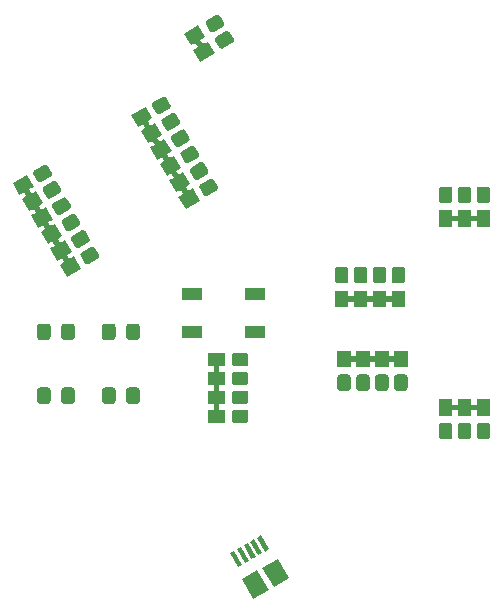
<source format=gbr>
G04 #@! TF.GenerationSoftware,KiCad,Pcbnew,5.1.9-73d0e3b20d~88~ubuntu20.10.1*
G04 #@! TF.CreationDate,2021-03-27T00:21:14+01:00*
G04 #@! TF.ProjectId,esp8266_01,65737038-3236-4365-9f30-312e6b696361,rev?*
G04 #@! TF.SameCoordinates,Original*
G04 #@! TF.FileFunction,Paste,Bot*
G04 #@! TF.FilePolarity,Positive*
%FSLAX46Y46*%
G04 Gerber Fmt 4.6, Leading zero omitted, Abs format (unit mm)*
G04 Created by KiCad (PCBNEW 5.1.9-73d0e3b20d~88~ubuntu20.10.1) date 2021-03-27 00:21:14*
%MOMM*%
%LPD*%
G01*
G04 APERTURE LIST*
%ADD10C,0.100000*%
%ADD11R,1.700000X1.000000*%
G04 APERTURE END LIST*
D10*
G36*
X233225000Y-62700000D02*
G01*
X233225000Y-62250000D01*
X232775000Y-62250000D01*
X232775000Y-62700000D01*
X231625000Y-62700000D01*
X231625000Y-62250000D01*
X231175000Y-62250000D01*
X231175000Y-62700000D01*
X230025000Y-62700000D01*
X230025000Y-61300000D01*
X231175000Y-61300000D01*
X231175000Y-61750000D01*
X231625000Y-61750000D01*
X231625000Y-61300000D01*
X232775000Y-61300000D01*
X232775000Y-61750000D01*
X233225000Y-61750000D01*
X233225000Y-61300000D01*
X234375000Y-61300000D01*
X234375000Y-62700000D01*
X233225000Y-62700000D01*
G37*
G36*
G01*
X233225000Y-60450450D02*
X233225000Y-59549550D01*
G75*
G02*
X233474550Y-59300000I249550J0D01*
G01*
X234125450Y-59300000D01*
G75*
G02*
X234375000Y-59549550I0J-249550D01*
G01*
X234375000Y-60450450D01*
G75*
G02*
X234125450Y-60700000I-249550J0D01*
G01*
X233474550Y-60700000D01*
G75*
G02*
X233225000Y-60450450I0J249550D01*
G01*
G37*
G36*
G01*
X232775000Y-59549550D02*
X232775000Y-60450450D01*
G75*
G02*
X232525450Y-60700000I-249550J0D01*
G01*
X231874550Y-60700000D01*
G75*
G02*
X231625000Y-60450450I0J249550D01*
G01*
X231625000Y-59549550D01*
G75*
G02*
X231874550Y-59300000I249550J0D01*
G01*
X232525450Y-59300000D01*
G75*
G02*
X232775000Y-59549550I0J-249550D01*
G01*
G37*
G36*
G01*
X230025000Y-60450001D02*
X230025000Y-59549999D01*
G75*
G02*
X230274999Y-59300000I249999J0D01*
G01*
X230925001Y-59300000D01*
G75*
G02*
X231175000Y-59549999I0J-249999D01*
G01*
X231175000Y-60450001D01*
G75*
G02*
X230925001Y-60700000I-249999J0D01*
G01*
X230274999Y-60700000D01*
G75*
G02*
X230025000Y-60450001I0J249999D01*
G01*
G37*
G36*
X231175000Y-77300000D02*
G01*
X231175000Y-77750000D01*
X231625000Y-77750000D01*
X231625000Y-77300000D01*
X232775000Y-77300000D01*
X232775000Y-77750000D01*
X233225000Y-77750000D01*
X233225000Y-77300000D01*
X234375000Y-77300000D01*
X234375000Y-78700000D01*
X233225000Y-78700000D01*
X233225000Y-78250000D01*
X232775000Y-78250000D01*
X232775000Y-78700000D01*
X231625000Y-78700000D01*
X231625000Y-78250000D01*
X231175000Y-78250000D01*
X231175000Y-78700000D01*
X230025000Y-78700000D01*
X230025000Y-77300000D01*
X231175000Y-77300000D01*
G37*
G36*
G01*
X231175000Y-79549550D02*
X231175000Y-80450450D01*
G75*
G02*
X230925450Y-80700000I-249550J0D01*
G01*
X230274550Y-80700000D01*
G75*
G02*
X230025000Y-80450450I0J249550D01*
G01*
X230025000Y-79549550D01*
G75*
G02*
X230274550Y-79300000I249550J0D01*
G01*
X230925450Y-79300000D01*
G75*
G02*
X231175000Y-79549550I0J-249550D01*
G01*
G37*
G36*
G01*
X231625000Y-80450450D02*
X231625000Y-79549550D01*
G75*
G02*
X231874550Y-79300000I249550J0D01*
G01*
X232525450Y-79300000D01*
G75*
G02*
X232775000Y-79549550I0J-249550D01*
G01*
X232775000Y-80450450D01*
G75*
G02*
X232525450Y-80700000I-249550J0D01*
G01*
X231874550Y-80700000D01*
G75*
G02*
X231625000Y-80450450I0J249550D01*
G01*
G37*
G36*
G01*
X234375000Y-79549999D02*
X234375000Y-80450001D01*
G75*
G02*
X234125001Y-80700000I-249999J0D01*
G01*
X233474999Y-80700000D01*
G75*
G02*
X233225000Y-80450001I0J249999D01*
G01*
X233225000Y-79549999D01*
G75*
G02*
X233474999Y-79300000I249999J0D01*
G01*
X234125001Y-79300000D01*
G75*
G02*
X234375000Y-79549999I0J-249999D01*
G01*
G37*
G36*
X210500000Y-78175000D02*
G01*
X210950000Y-78175000D01*
X210950000Y-77725000D01*
X210500000Y-77725000D01*
X210500000Y-76575000D01*
X210950000Y-76575000D01*
X210950000Y-76125000D01*
X210500000Y-76125000D01*
X210500000Y-74975000D01*
X210950000Y-74975000D01*
X210950000Y-74525000D01*
X210500000Y-74525000D01*
X210500000Y-73375000D01*
X211900000Y-73375000D01*
X211900000Y-74525000D01*
X211450000Y-74525000D01*
X211450000Y-74975000D01*
X211900000Y-74975000D01*
X211900000Y-76125000D01*
X211450000Y-76125000D01*
X211450000Y-76575000D01*
X211900000Y-76575000D01*
X211900000Y-77725000D01*
X211450000Y-77725000D01*
X211450000Y-78175000D01*
X211900000Y-78175000D01*
X211900000Y-79325000D01*
X210500000Y-79325000D01*
X210500000Y-78175000D01*
G37*
G36*
G01*
X213650450Y-79325000D02*
X212749550Y-79325000D01*
G75*
G02*
X212500000Y-79075450I0J249550D01*
G01*
X212500000Y-78424550D01*
G75*
G02*
X212749550Y-78175000I249550J0D01*
G01*
X213650450Y-78175000D01*
G75*
G02*
X213900000Y-78424550I0J-249550D01*
G01*
X213900000Y-79075450D01*
G75*
G02*
X213650450Y-79325000I-249550J0D01*
G01*
G37*
G36*
G01*
X212749550Y-76575000D02*
X213650450Y-76575000D01*
G75*
G02*
X213900000Y-76824550I0J-249550D01*
G01*
X213900000Y-77475450D01*
G75*
G02*
X213650450Y-77725000I-249550J0D01*
G01*
X212749550Y-77725000D01*
G75*
G02*
X212500000Y-77475450I0J249550D01*
G01*
X212500000Y-76824550D01*
G75*
G02*
X212749550Y-76575000I249550J0D01*
G01*
G37*
G36*
G01*
X213650450Y-76125000D02*
X212749550Y-76125000D01*
G75*
G02*
X212500000Y-75875450I0J249550D01*
G01*
X212500000Y-75224550D01*
G75*
G02*
X212749550Y-74975000I249550J0D01*
G01*
X213650450Y-74975000D01*
G75*
G02*
X213900000Y-75224550I0J-249550D01*
G01*
X213900000Y-75875450D01*
G75*
G02*
X213650450Y-76125000I-249550J0D01*
G01*
G37*
G36*
G01*
X212749999Y-73375000D02*
X213650001Y-73375000D01*
G75*
G02*
X213900000Y-73624999I0J-249999D01*
G01*
X213900000Y-74275001D01*
G75*
G02*
X213650001Y-74525000I-249999J0D01*
G01*
X212749999Y-74525000D01*
G75*
G02*
X212500000Y-74275001I0J249999D01*
G01*
X212500000Y-73624999D01*
G75*
G02*
X212749999Y-73375000I249999J0D01*
G01*
G37*
G36*
X226025000Y-69500000D02*
G01*
X226025000Y-69050000D01*
X225575000Y-69050000D01*
X225575000Y-69500000D01*
X224425000Y-69500000D01*
X224425000Y-69050000D01*
X223975000Y-69050000D01*
X223975000Y-69500000D01*
X222825000Y-69500000D01*
X222825000Y-69050000D01*
X222375000Y-69050000D01*
X222375000Y-69500000D01*
X221225000Y-69500000D01*
X221225000Y-68100000D01*
X222375000Y-68100000D01*
X222375000Y-68550000D01*
X222825000Y-68550000D01*
X222825000Y-68100000D01*
X223975000Y-68100000D01*
X223975000Y-68550000D01*
X224425000Y-68550000D01*
X224425000Y-68100000D01*
X225575000Y-68100000D01*
X225575000Y-68550000D01*
X226025000Y-68550000D01*
X226025000Y-68100000D01*
X227175000Y-68100000D01*
X227175000Y-69500000D01*
X226025000Y-69500000D01*
G37*
G36*
G01*
X227175000Y-66349550D02*
X227175000Y-67250450D01*
G75*
G02*
X226925450Y-67500000I-249550J0D01*
G01*
X226274550Y-67500000D01*
G75*
G02*
X226025000Y-67250450I0J249550D01*
G01*
X226025000Y-66349550D01*
G75*
G02*
X226274550Y-66100000I249550J0D01*
G01*
X226925450Y-66100000D01*
G75*
G02*
X227175000Y-66349550I0J-249550D01*
G01*
G37*
G36*
G01*
X224425000Y-67250450D02*
X224425000Y-66349550D01*
G75*
G02*
X224674550Y-66100000I249550J0D01*
G01*
X225325450Y-66100000D01*
G75*
G02*
X225575000Y-66349550I0J-249550D01*
G01*
X225575000Y-67250450D01*
G75*
G02*
X225325450Y-67500000I-249550J0D01*
G01*
X224674550Y-67500000D01*
G75*
G02*
X224425000Y-67250450I0J249550D01*
G01*
G37*
G36*
G01*
X223975000Y-66349550D02*
X223975000Y-67250450D01*
G75*
G02*
X223725450Y-67500000I-249550J0D01*
G01*
X223074550Y-67500000D01*
G75*
G02*
X222825000Y-67250450I0J249550D01*
G01*
X222825000Y-66349550D01*
G75*
G02*
X223074550Y-66100000I249550J0D01*
G01*
X223725450Y-66100000D01*
G75*
G02*
X223975000Y-66349550I0J-249550D01*
G01*
G37*
G36*
G01*
X221225000Y-67250001D02*
X221225000Y-66349999D01*
G75*
G02*
X221474999Y-66100000I249999J0D01*
G01*
X222125001Y-66100000D01*
G75*
G02*
X222375000Y-66349999I0J-249999D01*
G01*
X222375000Y-67250001D01*
G75*
G02*
X222125001Y-67500000I-249999J0D01*
G01*
X221474999Y-67500000D01*
G75*
G02*
X221225000Y-67250001I0J249999D01*
G01*
G37*
G36*
X222575000Y-73200000D02*
G01*
X222575000Y-73650000D01*
X223025000Y-73650000D01*
X223025000Y-73200000D01*
X224175000Y-73200000D01*
X224175000Y-73650000D01*
X224625000Y-73650000D01*
X224625000Y-73200000D01*
X225775000Y-73200000D01*
X225775000Y-73650000D01*
X226225000Y-73650000D01*
X226225000Y-73200000D01*
X227375000Y-73200000D01*
X227375000Y-74600000D01*
X226225000Y-74600000D01*
X226225000Y-74150000D01*
X225775000Y-74150000D01*
X225775000Y-74600000D01*
X224625000Y-74600000D01*
X224625000Y-74150000D01*
X224175000Y-74150000D01*
X224175000Y-74600000D01*
X223025000Y-74600000D01*
X223025000Y-74150000D01*
X222575000Y-74150000D01*
X222575000Y-74600000D01*
X221425000Y-74600000D01*
X221425000Y-73200000D01*
X222575000Y-73200000D01*
G37*
G36*
G01*
X221425000Y-76350450D02*
X221425000Y-75449550D01*
G75*
G02*
X221674550Y-75200000I249550J0D01*
G01*
X222325450Y-75200000D01*
G75*
G02*
X222575000Y-75449550I0J-249550D01*
G01*
X222575000Y-76350450D01*
G75*
G02*
X222325450Y-76600000I-249550J0D01*
G01*
X221674550Y-76600000D01*
G75*
G02*
X221425000Y-76350450I0J249550D01*
G01*
G37*
G36*
G01*
X224175000Y-75449550D02*
X224175000Y-76350450D01*
G75*
G02*
X223925450Y-76600000I-249550J0D01*
G01*
X223274550Y-76600000D01*
G75*
G02*
X223025000Y-76350450I0J249550D01*
G01*
X223025000Y-75449550D01*
G75*
G02*
X223274550Y-75200000I249550J0D01*
G01*
X223925450Y-75200000D01*
G75*
G02*
X224175000Y-75449550I0J-249550D01*
G01*
G37*
G36*
G01*
X224625000Y-76350450D02*
X224625000Y-75449550D01*
G75*
G02*
X224874550Y-75200000I249550J0D01*
G01*
X225525450Y-75200000D01*
G75*
G02*
X225775000Y-75449550I0J-249550D01*
G01*
X225775000Y-76350450D01*
G75*
G02*
X225525450Y-76600000I-249550J0D01*
G01*
X224874550Y-76600000D01*
G75*
G02*
X224625000Y-76350450I0J249550D01*
G01*
G37*
G36*
G01*
X227375000Y-75449999D02*
X227375000Y-76350001D01*
G75*
G02*
X227125001Y-76600000I-249999J0D01*
G01*
X226474999Y-76600000D01*
G75*
G02*
X226225000Y-76350001I0J249999D01*
G01*
X226225000Y-75449999D01*
G75*
G02*
X226474999Y-75200000I249999J0D01*
G01*
X227125001Y-75200000D01*
G75*
G02*
X227375000Y-75449999I0J-249999D01*
G01*
G37*
G36*
X209247436Y-47732420D02*
G01*
X209637148Y-47507420D01*
X209412148Y-47117709D01*
X209022436Y-47342709D01*
X208447436Y-46346779D01*
X209659872Y-45646779D01*
X210234872Y-46642709D01*
X209845160Y-46867709D01*
X210070160Y-47257420D01*
X210459872Y-47032420D01*
X211034872Y-48028349D01*
X209822436Y-48728349D01*
X209247436Y-47732420D01*
G37*
G36*
G01*
X212550806Y-47153125D02*
X211770604Y-47603575D01*
G75*
G02*
X211429712Y-47512233I-124775J216117D01*
G01*
X211104262Y-46948537D01*
G75*
G02*
X211195604Y-46607645I216117J124775D01*
G01*
X211975806Y-46157195D01*
G75*
G02*
X212316698Y-46248537I124775J-216117D01*
G01*
X212642148Y-46812233D01*
G75*
G02*
X212550806Y-47153125I-216117J-124775D01*
G01*
G37*
G36*
G01*
X210395993Y-45221780D02*
X211175418Y-44771779D01*
G75*
G02*
X211516922Y-44863284I124999J-216505D01*
G01*
X211841923Y-45426203D01*
G75*
G02*
X211750418Y-45767708I-216505J-125000D01*
G01*
X210970993Y-46217709D01*
G75*
G02*
X210629488Y-46126203I-125000J216505D01*
G01*
X210304487Y-45563284D01*
G75*
G02*
X210395993Y-45221780I216505J124999D01*
G01*
G37*
G36*
X207980385Y-60144486D02*
G01*
X208370097Y-59919486D01*
X208170097Y-59573076D01*
X207780385Y-59798076D01*
X207180385Y-58758845D01*
X207570097Y-58533845D01*
X207370097Y-58187435D01*
X206980385Y-58412435D01*
X206380385Y-57373205D01*
X206770097Y-57148205D01*
X206570097Y-56801795D01*
X206180385Y-57026795D01*
X205580385Y-55987564D01*
X205970097Y-55762564D01*
X205770097Y-55416154D01*
X205380385Y-55641154D01*
X204780385Y-54601923D01*
X205170097Y-54376923D01*
X204957597Y-54008863D01*
X204567885Y-54233863D01*
X203992885Y-53237933D01*
X205205321Y-52537933D01*
X205780321Y-53533863D01*
X205390609Y-53758863D01*
X205603109Y-54126923D01*
X205992821Y-53901923D01*
X206592821Y-54941154D01*
X206203109Y-55166154D01*
X206403109Y-55512564D01*
X206792821Y-55287564D01*
X207392821Y-56326795D01*
X207003109Y-56551795D01*
X207203109Y-56898205D01*
X207592821Y-56673205D01*
X208192821Y-57712435D01*
X207803109Y-57937435D01*
X208003109Y-58283845D01*
X208392821Y-58058845D01*
X208992821Y-59098076D01*
X208603109Y-59323076D01*
X208803109Y-59669486D01*
X209192821Y-59444486D01*
X209792821Y-60483716D01*
X208580385Y-61183716D01*
X207980385Y-60144486D01*
G37*
G36*
G01*
X209854450Y-59091361D02*
X210634652Y-58640911D01*
G75*
G02*
X210975544Y-58732253I124775J-216117D01*
G01*
X211300994Y-59295949D01*
G75*
G02*
X211209652Y-59636841I-216117J-124775D01*
G01*
X210429450Y-60087291D01*
G75*
G02*
X210088558Y-59995949I-124775J216117D01*
G01*
X209763108Y-59432253D01*
G75*
G02*
X209854450Y-59091361I216117J124775D01*
G01*
G37*
G36*
G01*
X209054450Y-57705721D02*
X209834652Y-57255271D01*
G75*
G02*
X210175544Y-57346613I124775J-216117D01*
G01*
X210500994Y-57910309D01*
G75*
G02*
X210409652Y-58251201I-216117J-124775D01*
G01*
X209629450Y-58701651D01*
G75*
G02*
X209288558Y-58610309I-124775J216117D01*
G01*
X208963108Y-58046613D01*
G75*
G02*
X209054450Y-57705721I216117J124775D01*
G01*
G37*
G36*
G01*
X209609652Y-56865560D02*
X208829450Y-57316010D01*
G75*
G02*
X208488558Y-57224668I-124775J216117D01*
G01*
X208163108Y-56660972D01*
G75*
G02*
X208254450Y-56320080I216117J124775D01*
G01*
X209034652Y-55869630D01*
G75*
G02*
X209375544Y-55960972I124775J-216117D01*
G01*
X209700994Y-56524668D01*
G75*
G02*
X209609652Y-56865560I-216117J-124775D01*
G01*
G37*
G36*
G01*
X207454450Y-54934439D02*
X208234652Y-54483989D01*
G75*
G02*
X208575544Y-54575331I124775J-216117D01*
G01*
X208900994Y-55139027D01*
G75*
G02*
X208809652Y-55479919I-216117J-124775D01*
G01*
X208029450Y-55930369D01*
G75*
G02*
X207688558Y-55839027I-124775J216117D01*
G01*
X207363108Y-55275331D01*
G75*
G02*
X207454450Y-54934439I216117J124775D01*
G01*
G37*
G36*
G01*
X208009652Y-54094279D02*
X207229450Y-54544729D01*
G75*
G02*
X206888558Y-54453387I-124775J216117D01*
G01*
X206563108Y-53889691D01*
G75*
G02*
X206654450Y-53548799I216117J124775D01*
G01*
X207434652Y-53098349D01*
G75*
G02*
X207775544Y-53189691I124775J-216117D01*
G01*
X208100994Y-53753387D01*
G75*
G02*
X208009652Y-54094279I-216117J-124775D01*
G01*
G37*
G36*
G01*
X205854839Y-52162934D02*
X206634264Y-51712933D01*
G75*
G02*
X206975768Y-51804438I124999J-216505D01*
G01*
X207300769Y-52367357D01*
G75*
G02*
X207209264Y-52708862I-216505J-125000D01*
G01*
X206429839Y-53158863D01*
G75*
G02*
X206088334Y-53067357I-125000J216505D01*
G01*
X205763333Y-52504438D01*
G75*
G02*
X205854839Y-52162934I216505J124999D01*
G01*
G37*
G36*
X197921539Y-65903332D02*
G01*
X198311251Y-65678332D01*
X198111251Y-65331922D01*
X197721539Y-65556922D01*
X197121539Y-64517691D01*
X197511251Y-64292691D01*
X197311251Y-63946281D01*
X196921539Y-64171281D01*
X196321539Y-63132051D01*
X196711251Y-62907051D01*
X196511251Y-62560641D01*
X196121539Y-62785641D01*
X195521539Y-61746410D01*
X195911251Y-61521410D01*
X195711251Y-61175000D01*
X195321539Y-61400000D01*
X194721539Y-60360769D01*
X195111251Y-60135769D01*
X194898751Y-59767709D01*
X194509039Y-59992709D01*
X193934039Y-58996779D01*
X195146475Y-58296779D01*
X195721475Y-59292709D01*
X195331763Y-59517709D01*
X195544263Y-59885769D01*
X195933975Y-59660769D01*
X196533975Y-60700000D01*
X196144263Y-60925000D01*
X196344263Y-61271410D01*
X196733975Y-61046410D01*
X197333975Y-62085641D01*
X196944263Y-62310641D01*
X197144263Y-62657051D01*
X197533975Y-62432051D01*
X198133975Y-63471281D01*
X197744263Y-63696281D01*
X197944263Y-64042691D01*
X198333975Y-63817691D01*
X198933975Y-64856922D01*
X198544263Y-65081922D01*
X198744263Y-65428332D01*
X199133975Y-65203332D01*
X199733975Y-66242562D01*
X198521539Y-66942562D01*
X197921539Y-65903332D01*
G37*
G36*
G01*
X199795604Y-64850207D02*
X200575806Y-64399757D01*
G75*
G02*
X200916698Y-64491099I124775J-216117D01*
G01*
X201242148Y-65054795D01*
G75*
G02*
X201150806Y-65395687I-216117J-124775D01*
G01*
X200370604Y-65846137D01*
G75*
G02*
X200029712Y-65754795I-124775J216117D01*
G01*
X199704262Y-65191099D01*
G75*
G02*
X199795604Y-64850207I216117J124775D01*
G01*
G37*
G36*
G01*
X198995604Y-63464567D02*
X199775806Y-63014117D01*
G75*
G02*
X200116698Y-63105459I124775J-216117D01*
G01*
X200442148Y-63669155D01*
G75*
G02*
X200350806Y-64010047I-216117J-124775D01*
G01*
X199570604Y-64460497D01*
G75*
G02*
X199229712Y-64369155I-124775J216117D01*
G01*
X198904262Y-63805459D01*
G75*
G02*
X198995604Y-63464567I216117J124775D01*
G01*
G37*
G36*
G01*
X199550806Y-62624406D02*
X198770604Y-63074856D01*
G75*
G02*
X198429712Y-62983514I-124775J216117D01*
G01*
X198104262Y-62419818D01*
G75*
G02*
X198195604Y-62078926I216117J124775D01*
G01*
X198975806Y-61628476D01*
G75*
G02*
X199316698Y-61719818I124775J-216117D01*
G01*
X199642148Y-62283514D01*
G75*
G02*
X199550806Y-62624406I-216117J-124775D01*
G01*
G37*
G36*
G01*
X197395604Y-60693285D02*
X198175806Y-60242835D01*
G75*
G02*
X198516698Y-60334177I124775J-216117D01*
G01*
X198842148Y-60897873D01*
G75*
G02*
X198750806Y-61238765I-216117J-124775D01*
G01*
X197970604Y-61689215D01*
G75*
G02*
X197629712Y-61597873I-124775J216117D01*
G01*
X197304262Y-61034177D01*
G75*
G02*
X197395604Y-60693285I216117J124775D01*
G01*
G37*
G36*
G01*
X197950806Y-59853125D02*
X197170604Y-60303575D01*
G75*
G02*
X196829712Y-60212233I-124775J216117D01*
G01*
X196504262Y-59648537D01*
G75*
G02*
X196595604Y-59307645I216117J124775D01*
G01*
X197375806Y-58857195D01*
G75*
G02*
X197716698Y-58948537I124775J-216117D01*
G01*
X198042148Y-59512233D01*
G75*
G02*
X197950806Y-59853125I-216117J-124775D01*
G01*
G37*
G36*
G01*
X195795993Y-57921780D02*
X196575418Y-57471779D01*
G75*
G02*
X196916922Y-57563284I124999J-216505D01*
G01*
X197241923Y-58126203D01*
G75*
G02*
X197150418Y-58467708I-216505J-125000D01*
G01*
X196370993Y-58917709D01*
G75*
G02*
X196029488Y-58826203I-125000J216505D01*
G01*
X195704487Y-58263284D01*
G75*
G02*
X195795993Y-57921780I216505J124999D01*
G01*
G37*
G36*
X216389070Y-90802276D02*
G01*
X217339070Y-92447724D01*
X216040032Y-93197724D01*
X215090032Y-91552276D01*
X216389070Y-90802276D01*
G37*
G36*
X213834231Y-89477165D02*
G01*
X214509231Y-90646299D01*
X214162821Y-90846299D01*
X213487821Y-89677165D01*
X213834231Y-89477165D01*
G37*
G36*
X213271314Y-89802165D02*
G01*
X213946314Y-90971299D01*
X213599904Y-91171299D01*
X212924904Y-90002165D01*
X213271314Y-89802165D01*
G37*
G36*
X212708398Y-90127165D02*
G01*
X213383398Y-91296299D01*
X213036988Y-91496299D01*
X212361988Y-90327165D01*
X212708398Y-90127165D01*
G37*
G36*
X214960064Y-88827165D02*
G01*
X215635064Y-89996299D01*
X215288654Y-90196299D01*
X214613654Y-89027165D01*
X214960064Y-88827165D01*
G37*
G36*
X214397148Y-89152165D02*
G01*
X215072148Y-90321299D01*
X214725738Y-90521299D01*
X214050738Y-89352165D01*
X214397148Y-89152165D01*
G37*
G36*
X214657020Y-91802276D02*
G01*
X215607020Y-93447724D01*
X214307982Y-94197724D01*
X213357982Y-92552276D01*
X214657020Y-91802276D01*
G37*
D11*
X209150000Y-71600000D03*
X209150000Y-68400000D03*
X214450000Y-71600000D03*
X214450000Y-68400000D03*
G36*
G01*
X198050000Y-77450001D02*
X198050000Y-76549999D01*
G75*
G02*
X198299999Y-76300000I249999J0D01*
G01*
X198950001Y-76300000D01*
G75*
G02*
X199200000Y-76549999I0J-249999D01*
G01*
X199200000Y-77450001D01*
G75*
G02*
X198950001Y-77700000I-249999J0D01*
G01*
X198299999Y-77700000D01*
G75*
G02*
X198050000Y-77450001I0J249999D01*
G01*
G37*
G36*
G01*
X196000000Y-77450001D02*
X196000000Y-76549999D01*
G75*
G02*
X196249999Y-76300000I249999J0D01*
G01*
X196900001Y-76300000D01*
G75*
G02*
X197150000Y-76549999I0J-249999D01*
G01*
X197150000Y-77450001D01*
G75*
G02*
X196900001Y-77700000I-249999J0D01*
G01*
X196249999Y-77700000D01*
G75*
G02*
X196000000Y-77450001I0J249999D01*
G01*
G37*
G36*
G01*
X198050000Y-72050001D02*
X198050000Y-71149999D01*
G75*
G02*
X198299999Y-70900000I249999J0D01*
G01*
X198950001Y-70900000D01*
G75*
G02*
X199200000Y-71149999I0J-249999D01*
G01*
X199200000Y-72050001D01*
G75*
G02*
X198950001Y-72300000I-249999J0D01*
G01*
X198299999Y-72300000D01*
G75*
G02*
X198050000Y-72050001I0J249999D01*
G01*
G37*
G36*
G01*
X196000000Y-72050001D02*
X196000000Y-71149999D01*
G75*
G02*
X196249999Y-70900000I249999J0D01*
G01*
X196900001Y-70900000D01*
G75*
G02*
X197150000Y-71149999I0J-249999D01*
G01*
X197150000Y-72050001D01*
G75*
G02*
X196900001Y-72300000I-249999J0D01*
G01*
X196249999Y-72300000D01*
G75*
G02*
X196000000Y-72050001I0J249999D01*
G01*
G37*
G36*
G01*
X203550000Y-77450001D02*
X203550000Y-76549999D01*
G75*
G02*
X203799999Y-76300000I249999J0D01*
G01*
X204450001Y-76300000D01*
G75*
G02*
X204700000Y-76549999I0J-249999D01*
G01*
X204700000Y-77450001D01*
G75*
G02*
X204450001Y-77700000I-249999J0D01*
G01*
X203799999Y-77700000D01*
G75*
G02*
X203550000Y-77450001I0J249999D01*
G01*
G37*
G36*
G01*
X201500000Y-77450001D02*
X201500000Y-76549999D01*
G75*
G02*
X201749999Y-76300000I249999J0D01*
G01*
X202400001Y-76300000D01*
G75*
G02*
X202650000Y-76549999I0J-249999D01*
G01*
X202650000Y-77450001D01*
G75*
G02*
X202400001Y-77700000I-249999J0D01*
G01*
X201749999Y-77700000D01*
G75*
G02*
X201500000Y-77450001I0J249999D01*
G01*
G37*
G36*
G01*
X203550000Y-72050001D02*
X203550000Y-71149999D01*
G75*
G02*
X203799999Y-70900000I249999J0D01*
G01*
X204450001Y-70900000D01*
G75*
G02*
X204700000Y-71149999I0J-249999D01*
G01*
X204700000Y-72050001D01*
G75*
G02*
X204450001Y-72300000I-249999J0D01*
G01*
X203799999Y-72300000D01*
G75*
G02*
X203550000Y-72050001I0J249999D01*
G01*
G37*
G36*
G01*
X201500000Y-72050001D02*
X201500000Y-71149999D01*
G75*
G02*
X201749999Y-70900000I249999J0D01*
G01*
X202400001Y-70900000D01*
G75*
G02*
X202650000Y-71149999I0J-249999D01*
G01*
X202650000Y-72050001D01*
G75*
G02*
X202400001Y-72300000I-249999J0D01*
G01*
X201749999Y-72300000D01*
G75*
G02*
X201500000Y-72050001I0J249999D01*
G01*
G37*
M02*

</source>
